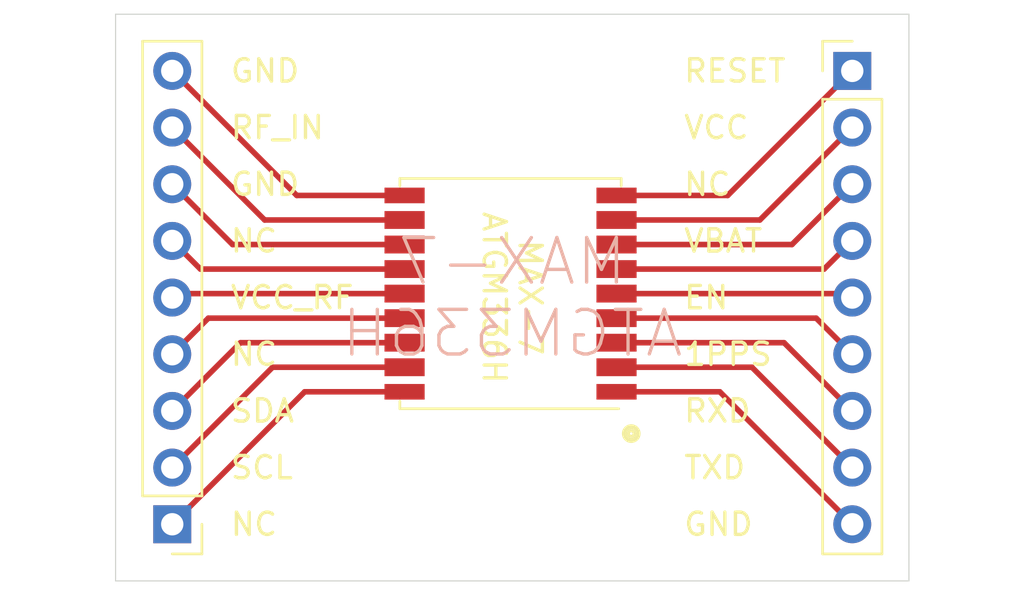
<source format=kicad_pcb>
(kicad_pcb (version 20171130) (host pcbnew "(5.1.5)-3")

  (general
    (thickness 1.6)
    (drawings 28)
    (tracks 36)
    (zones 0)
    (modules 3)
    (nets 17)
  )

  (page A4)
  (layers
    (0 F.Cu signal)
    (31 B.Cu signal)
    (32 B.Adhes user)
    (33 F.Adhes user)
    (34 B.Paste user)
    (35 F.Paste user)
    (36 B.SilkS user)
    (37 F.SilkS user)
    (38 B.Mask user)
    (39 F.Mask user)
    (40 Dwgs.User user)
    (41 Cmts.User user)
    (42 Eco1.User user)
    (43 Eco2.User user)
    (44 Edge.Cuts user)
    (45 Margin user)
    (46 B.CrtYd user)
    (47 F.CrtYd user)
    (48 B.Fab user)
    (49 F.Fab user)
  )

  (setup
    (last_trace_width 0.25)
    (trace_clearance 0.2)
    (zone_clearance 0.508)
    (zone_45_only no)
    (trace_min 0.2)
    (via_size 0.8)
    (via_drill 0.4)
    (via_min_size 0.4)
    (via_min_drill 0.3)
    (uvia_size 0.3)
    (uvia_drill 0.1)
    (uvias_allowed no)
    (uvia_min_size 0.2)
    (uvia_min_drill 0.1)
    (edge_width 0.05)
    (segment_width 0.2)
    (pcb_text_width 0.3)
    (pcb_text_size 1.5 1.5)
    (mod_edge_width 0.12)
    (mod_text_size 1 1)
    (mod_text_width 0.15)
    (pad_size 1.524 1.524)
    (pad_drill 0.762)
    (pad_to_mask_clearance 0.051)
    (solder_mask_min_width 0.25)
    (aux_axis_origin 0 0)
    (visible_elements 7FFFFFFF)
    (pcbplotparams
      (layerselection 0x010fc_ffffffff)
      (usegerberextensions false)
      (usegerberattributes false)
      (usegerberadvancedattributes false)
      (creategerberjobfile false)
      (excludeedgelayer true)
      (linewidth 0.100000)
      (plotframeref false)
      (viasonmask false)
      (mode 1)
      (useauxorigin false)
      (hpglpennumber 1)
      (hpglpenspeed 20)
      (hpglpendiameter 15.000000)
      (psnegative false)
      (psa4output false)
      (plotreference true)
      (plotvalue true)
      (plotinvisibletext false)
      (padsonsilk false)
      (subtractmaskfromsilk false)
      (outputformat 1)
      (mirror false)
      (drillshape 0)
      (scaleselection 1)
      (outputdirectory "gerbers"))
  )

  (net 0 "")
  (net 1 "Net-(J1-Pad2)")
  (net 2 "Net-(J1-Pad3)")
  (net 3 "Net-(J1-Pad5)")
  (net 4 "Net-(J1-Pad8)")
  (net 5 "Net-(J2-Pad8)")
  (net 6 "Net-(J2-Pad7)")
  (net 7 "Net-(J2-Pad6)")
  (net 8 "Net-(J2-Pad5)")
  (net 9 "Net-(J2-Pad4)")
  (net 10 "Net-(J2-Pad2)")
  (net 11 "Net-(J2-Pad1)")
  (net 12 GND)
  (net 13 "Net-(J1-Pad1)")
  (net 14 "Net-(J1-Pad4)")
  (net 15 "Net-(J1-Pad6)")
  (net 16 "Net-(J2-Pad3)")

  (net_class Default "This is the default net class."
    (clearance 0.2)
    (trace_width 0.25)
    (via_dia 0.8)
    (via_drill 0.4)
    (uvia_dia 0.3)
    (uvia_drill 0.1)
    (add_net GND)
    (add_net "Net-(J1-Pad1)")
    (add_net "Net-(J1-Pad2)")
    (add_net "Net-(J1-Pad3)")
    (add_net "Net-(J1-Pad4)")
    (add_net "Net-(J1-Pad5)")
    (add_net "Net-(J1-Pad6)")
    (add_net "Net-(J1-Pad8)")
    (add_net "Net-(J2-Pad1)")
    (add_net "Net-(J2-Pad2)")
    (add_net "Net-(J2-Pad3)")
    (add_net "Net-(J2-Pad4)")
    (add_net "Net-(J2-Pad5)")
    (add_net "Net-(J2-Pad6)")
    (add_net "Net-(J2-Pad7)")
    (add_net "Net-(J2-Pad8)")
  )

  (module Socket_Strips:Socket_Strip_Straight_1x09_Pitch2.54mm (layer F.Cu) (tedit 58CD5446) (tstamp 5E5EE410)
    (at 137.16 91.44 180)
    (descr "Through hole straight socket strip, 1x09, 2.54mm pitch, single row")
    (tags "Through hole socket strip THT 1x09 2.54mm single row")
    (path /5E5AEF18)
    (fp_text reference J1 (at 0 -2.33) (layer F.SilkS) hide
      (effects (font (size 1 1) (thickness 0.15)))
    )
    (fp_text value Conn_01x09_Female (at 0 22.65) (layer F.Fab)
      (effects (font (size 1 1) (thickness 0.15)))
    )
    (fp_line (start -1.27 -1.27) (end -1.27 21.59) (layer F.Fab) (width 0.1))
    (fp_line (start -1.27 21.59) (end 1.27 21.59) (layer F.Fab) (width 0.1))
    (fp_line (start 1.27 21.59) (end 1.27 -1.27) (layer F.Fab) (width 0.1))
    (fp_line (start 1.27 -1.27) (end -1.27 -1.27) (layer F.Fab) (width 0.1))
    (fp_line (start -1.33 1.27) (end -1.33 21.65) (layer F.SilkS) (width 0.12))
    (fp_line (start -1.33 21.65) (end 1.33 21.65) (layer F.SilkS) (width 0.12))
    (fp_line (start 1.33 21.65) (end 1.33 1.27) (layer F.SilkS) (width 0.12))
    (fp_line (start 1.33 1.27) (end -1.33 1.27) (layer F.SilkS) (width 0.12))
    (fp_line (start -1.33 0) (end -1.33 -1.33) (layer F.SilkS) (width 0.12))
    (fp_line (start -1.33 -1.33) (end 0 -1.33) (layer F.SilkS) (width 0.12))
    (fp_line (start -1.8 -1.8) (end -1.8 22.1) (layer F.CrtYd) (width 0.05))
    (fp_line (start -1.8 22.1) (end 1.8 22.1) (layer F.CrtYd) (width 0.05))
    (fp_line (start 1.8 22.1) (end 1.8 -1.8) (layer F.CrtYd) (width 0.05))
    (fp_line (start 1.8 -1.8) (end -1.8 -1.8) (layer F.CrtYd) (width 0.05))
    (fp_text user %R (at 0 -2.33) (layer F.Fab)
      (effects (font (size 1 1) (thickness 0.15)))
    )
    (pad 1 thru_hole rect (at 0 0 180) (size 1.7 1.7) (drill 1) (layers *.Cu *.Mask)
      (net 13 "Net-(J1-Pad1)"))
    (pad 2 thru_hole oval (at 0 2.54 180) (size 1.7 1.7) (drill 1) (layers *.Cu *.Mask)
      (net 1 "Net-(J1-Pad2)"))
    (pad 3 thru_hole oval (at 0 5.08 180) (size 1.7 1.7) (drill 1) (layers *.Cu *.Mask)
      (net 2 "Net-(J1-Pad3)"))
    (pad 4 thru_hole oval (at 0 7.62 180) (size 1.7 1.7) (drill 1) (layers *.Cu *.Mask)
      (net 14 "Net-(J1-Pad4)"))
    (pad 5 thru_hole oval (at 0 10.16 180) (size 1.7 1.7) (drill 1) (layers *.Cu *.Mask)
      (net 3 "Net-(J1-Pad5)"))
    (pad 6 thru_hole oval (at 0 12.7 180) (size 1.7 1.7) (drill 1) (layers *.Cu *.Mask)
      (net 15 "Net-(J1-Pad6)"))
    (pad 7 thru_hole oval (at 0 15.24 180) (size 1.7 1.7) (drill 1) (layers *.Cu *.Mask)
      (net 12 GND))
    (pad 8 thru_hole oval (at 0 17.78 180) (size 1.7 1.7) (drill 1) (layers *.Cu *.Mask)
      (net 4 "Net-(J1-Pad8)"))
    (pad 9 thru_hole oval (at 0 20.32 180) (size 1.7 1.7) (drill 1) (layers *.Cu *.Mask)
      (net 12 GND))
    (model ${KISYS3DMOD}/Socket_Strips.3dshapes/Socket_Strip_Straight_1x09_Pitch2.54mm.wrl
      (offset (xyz 0 -10.15999984741211 0))
      (scale (xyz 1 1 1))
      (rotate (xyz 0 0 270))
    )
  )

  (module Socket_Strips:Socket_Strip_Straight_1x09_Pitch2.54mm (layer F.Cu) (tedit 58CD5446) (tstamp 5E5EE42C)
    (at 167.64 71.12)
    (descr "Through hole straight socket strip, 1x09, 2.54mm pitch, single row")
    (tags "Through hole socket strip THT 1x09 2.54mm single row")
    (path /5E5ABC76)
    (fp_text reference J2 (at 0 -2.33) (layer F.SilkS) hide
      (effects (font (size 1 1) (thickness 0.15)))
    )
    (fp_text value Conn_01x09_Female (at 0 22.65) (layer F.Fab)
      (effects (font (size 1 1) (thickness 0.15)))
    )
    (fp_text user %R (at 0 -2.33) (layer F.Fab)
      (effects (font (size 1 1) (thickness 0.15)))
    )
    (fp_line (start 1.8 -1.8) (end -1.8 -1.8) (layer F.CrtYd) (width 0.05))
    (fp_line (start 1.8 22.1) (end 1.8 -1.8) (layer F.CrtYd) (width 0.05))
    (fp_line (start -1.8 22.1) (end 1.8 22.1) (layer F.CrtYd) (width 0.05))
    (fp_line (start -1.8 -1.8) (end -1.8 22.1) (layer F.CrtYd) (width 0.05))
    (fp_line (start -1.33 -1.33) (end 0 -1.33) (layer F.SilkS) (width 0.12))
    (fp_line (start -1.33 0) (end -1.33 -1.33) (layer F.SilkS) (width 0.12))
    (fp_line (start 1.33 1.27) (end -1.33 1.27) (layer F.SilkS) (width 0.12))
    (fp_line (start 1.33 21.65) (end 1.33 1.27) (layer F.SilkS) (width 0.12))
    (fp_line (start -1.33 21.65) (end 1.33 21.65) (layer F.SilkS) (width 0.12))
    (fp_line (start -1.33 1.27) (end -1.33 21.65) (layer F.SilkS) (width 0.12))
    (fp_line (start 1.27 -1.27) (end -1.27 -1.27) (layer F.Fab) (width 0.1))
    (fp_line (start 1.27 21.59) (end 1.27 -1.27) (layer F.Fab) (width 0.1))
    (fp_line (start -1.27 21.59) (end 1.27 21.59) (layer F.Fab) (width 0.1))
    (fp_line (start -1.27 -1.27) (end -1.27 21.59) (layer F.Fab) (width 0.1))
    (pad 9 thru_hole oval (at 0 20.32) (size 1.7 1.7) (drill 1) (layers *.Cu *.Mask)
      (net 12 GND))
    (pad 8 thru_hole oval (at 0 17.78) (size 1.7 1.7) (drill 1) (layers *.Cu *.Mask)
      (net 5 "Net-(J2-Pad8)"))
    (pad 7 thru_hole oval (at 0 15.24) (size 1.7 1.7) (drill 1) (layers *.Cu *.Mask)
      (net 6 "Net-(J2-Pad7)"))
    (pad 6 thru_hole oval (at 0 12.7) (size 1.7 1.7) (drill 1) (layers *.Cu *.Mask)
      (net 7 "Net-(J2-Pad6)"))
    (pad 5 thru_hole oval (at 0 10.16) (size 1.7 1.7) (drill 1) (layers *.Cu *.Mask)
      (net 8 "Net-(J2-Pad5)"))
    (pad 4 thru_hole oval (at 0 7.62) (size 1.7 1.7) (drill 1) (layers *.Cu *.Mask)
      (net 9 "Net-(J2-Pad4)"))
    (pad 3 thru_hole oval (at 0 5.08) (size 1.7 1.7) (drill 1) (layers *.Cu *.Mask)
      (net 16 "Net-(J2-Pad3)"))
    (pad 2 thru_hole oval (at 0 2.54) (size 1.7 1.7) (drill 1) (layers *.Cu *.Mask)
      (net 10 "Net-(J2-Pad2)"))
    (pad 1 thru_hole rect (at 0 0) (size 1.7 1.7) (drill 1) (layers *.Cu *.Mask)
      (net 11 "Net-(J2-Pad1)"))
    (model ${KISYS3DMOD}/Socket_Strips.3dshapes/Socket_Strip_Straight_1x09_Pitch2.54mm.wrl
      (offset (xyz 0 -10.15999984741211 0))
      (scale (xyz 1 1 1))
      (rotate (xyz 0 0 270))
    )
  )

  (module CustomFootprintLibrary:UBLOX_MAX-7 (layer F.Cu) (tedit 5E5A8268) (tstamp 5E5EE755)
    (at 152.4 81.28)
    (descr "ublox MAX 6/7/8, (https://www.u-blox.com/sites/default/files/MAX-8-M8-FW3_HardwareIntegrationManual_%28UBX-15030059%29.pdf)")
    (tags "GPS ublox MAX 6/7/8")
    (path /5E5AB2E1)
    (attr smd)
    (fp_text reference U1 (at -0.0762 5.8222 180) (layer F.SilkS) hide
      (effects (font (size 1 1) (thickness 0.15)))
    )
    (fp_text value UBLOX_MAX-7 (at -0.0762 -1.6778 180) (layer F.Fab)
      (effects (font (size 1 1) (thickness 0.15)))
    )
    (fp_line (start 4.7738 4.5722) (end 3.7738 4.2222) (layer F.Fab) (width 0.1))
    (fp_line (start 3.7738 4.2222) (end 4.7738 3.8722) (layer F.Fab) (width 0.1))
    (fp_line (start 5.8238 5.1222) (end -5.9762 5.1222) (layer F.CrtYd) (width 0.05))
    (fp_line (start -5.9762 5.1222) (end -5.9762 -5.4778) (layer F.CrtYd) (width 0.05))
    (fp_line (start 5.8238 -5.4778) (end -5.9762 -5.4778) (layer F.CrtYd) (width 0.05))
    (fp_line (start 5.8238 5.1222) (end 5.8238 -5.4778) (layer F.CrtYd) (width 0.05))
    (fp_line (start -5.0362 4.9822) (end -5.0362 4.6422) (layer F.SilkS) (width 0.12))
    (fp_line (start 4.8838 -4.9978) (end 4.8838 -5.3378) (layer F.SilkS) (width 0.12))
    (fp_line (start -5.0362 -4.9978) (end -5.0362 -5.3378) (layer F.SilkS) (width 0.12))
    (fp_line (start 4.8838 -5.3378) (end -5.0362 -5.3378) (layer F.SilkS) (width 0.12))
    (fp_line (start 4.7738 4.9822) (end -5.0362 4.9822) (layer F.SilkS) (width 0.12))
    (fp_line (start 4.7738 -5.2278) (end -4.9262 -5.2278) (layer F.Fab) (width 0.1))
    (fp_line (start 4.7738 4.8722) (end -4.9262 4.8722) (layer F.Fab) (width 0.1))
    (fp_line (start -4.9262 4.8722) (end -4.9262 -5.2278) (layer F.Fab) (width 0.1))
    (fp_line (start 4.7738 4.8722) (end 4.7738 -5.2278) (layer F.Fab) (width 0.1))
    (fp_text user %R (at -0.0762 -0.1778 180) (layer F.Fab)
      (effects (font (size 1 1) (thickness 0.15)))
    )
    (pad 18 smd rect (at -4.8262 4.2222 180) (size 1.8 0.7) (layers F.Cu F.Paste F.Mask)
      (net 13 "Net-(J1-Pad1)"))
    (pad 17 smd rect (at -4.8262 3.1222 180) (size 1.8 0.8) (layers F.Cu F.Paste F.Mask)
      (net 1 "Net-(J1-Pad2)"))
    (pad 16 smd rect (at -4.8262 2.0222 180) (size 1.8 0.8) (layers F.Cu F.Paste F.Mask)
      (net 2 "Net-(J1-Pad3)"))
    (pad 15 smd rect (at -4.8262 0.9222 180) (size 1.8 0.8) (layers F.Cu F.Paste F.Mask)
      (net 14 "Net-(J1-Pad4)"))
    (pad 14 smd rect (at -4.8262 -0.1778 180) (size 1.8 0.8) (layers F.Cu F.Paste F.Mask)
      (net 3 "Net-(J1-Pad5)"))
    (pad 13 smd rect (at -4.8262 -1.2778 180) (size 1.8 0.8) (layers F.Cu F.Paste F.Mask)
      (net 15 "Net-(J1-Pad6)"))
    (pad 12 smd rect (at -4.8262 -2.3778 180) (size 1.8 0.8) (layers F.Cu F.Paste F.Mask)
      (net 12 GND))
    (pad 11 smd rect (at -4.8262 -3.4778 180) (size 1.8 0.8) (layers F.Cu F.Paste F.Mask)
      (net 4 "Net-(J1-Pad8)"))
    (pad 10 smd rect (at -4.8262 -4.5778 180) (size 1.8 0.7) (layers F.Cu F.Paste F.Mask)
      (net 12 GND))
    (pad 9 smd rect (at 4.6738 -4.5778 180) (size 1.8 0.7) (layers F.Cu F.Paste F.Mask)
      (net 11 "Net-(J2-Pad1)"))
    (pad 8 smd rect (at 4.6738 -3.4778 180) (size 1.8 0.8) (layers F.Cu F.Paste F.Mask)
      (net 10 "Net-(J2-Pad2)"))
    (pad 7 smd rect (at 4.6738 -2.3778 180) (size 1.8 0.8) (layers F.Cu F.Paste F.Mask)
      (net 16 "Net-(J2-Pad3)"))
    (pad 6 smd rect (at 4.6738 -1.2778 180) (size 1.8 0.8) (layers F.Cu F.Paste F.Mask)
      (net 9 "Net-(J2-Pad4)"))
    (pad 5 smd rect (at 4.6738 -0.1778 180) (size 1.8 0.8) (layers F.Cu F.Paste F.Mask)
      (net 8 "Net-(J2-Pad5)"))
    (pad 4 smd rect (at 4.6738 0.9222 180) (size 1.8 0.8) (layers F.Cu F.Paste F.Mask)
      (net 7 "Net-(J2-Pad6)"))
    (pad 3 smd rect (at 4.6738 2.0222 180) (size 1.8 0.8) (layers F.Cu F.Paste F.Mask)
      (net 6 "Net-(J2-Pad7)"))
    (pad 2 smd rect (at 4.6738 3.1222 180) (size 1.8 0.8) (layers F.Cu F.Paste F.Mask)
      (net 5 "Net-(J2-Pad8)"))
    (pad 1 smd rect (at 4.6738 4.2222 180) (size 1.8 0.7) (layers F.Cu F.Paste F.Mask)
      (net 12 GND))
    (model ${KISYS3DMOD}/RF_GPS.3dshapes/ublox_MAX.wrl
      (at (xyz 0 0 0))
      (scale (xyz 1 1 1))
      (rotate (xyz 0 0 0))
    )
  )

  (gr_text "MAX-7\nATGM336H" (at 152.4 81.28) (layer B.SilkS)
    (effects (font (size 2 2) (thickness 0.15)) (justify mirror))
  )
  (gr_line (start 134.62 93.98) (end 134.62 68.58) (layer Edge.Cuts) (width 0.05) (tstamp 5E5EE9C5))
  (gr_line (start 170.18 93.98) (end 134.62 93.98) (layer Edge.Cuts) (width 0.05))
  (gr_line (start 170.18 68.58) (end 170.18 93.98) (layer Edge.Cuts) (width 0.05))
  (gr_line (start 134.62 68.58) (end 170.18 68.58) (layer Edge.Cuts) (width 0.05))
  (gr_text NC (at 139.7 91.44) (layer F.SilkS)
    (effects (font (size 1 1) (thickness 0.15)) (justify left))
  )
  (gr_text SCL (at 139.7 88.9) (layer F.SilkS)
    (effects (font (size 1 1) (thickness 0.15)) (justify left))
  )
  (gr_text SDA (at 139.7 86.36) (layer F.SilkS)
    (effects (font (size 1 1) (thickness 0.15)) (justify left))
  )
  (gr_text NC (at 139.7 83.82) (layer F.SilkS)
    (effects (font (size 1 1) (thickness 0.15)) (justify left))
  )
  (gr_text VCC_RF (at 139.7 81.28) (layer F.SilkS)
    (effects (font (size 1 1) (thickness 0.15)) (justify left))
  )
  (gr_text NC (at 139.7 78.74) (layer F.SilkS)
    (effects (font (size 1 1) (thickness 0.15)) (justify left))
  )
  (gr_text GND (at 139.7 76.2) (layer F.SilkS)
    (effects (font (size 1 1) (thickness 0.15)) (justify left))
  )
  (gr_text RF_IN (at 139.7 73.66) (layer F.SilkS)
    (effects (font (size 1 1) (thickness 0.15)) (justify left))
  )
  (gr_text GND (at 139.7 71.12) (layer F.SilkS)
    (effects (font (size 1 1) (thickness 0.15)) (justify left))
  )
  (gr_text RESET (at 160.02 71.12) (layer F.SilkS)
    (effects (font (size 1 1) (thickness 0.15)) (justify left))
  )
  (gr_text VCC (at 160.02 73.66) (layer F.SilkS)
    (effects (font (size 1 1) (thickness 0.15)) (justify left))
  )
  (gr_text NC (at 160.02 76.2) (layer F.SilkS)
    (effects (font (size 1 1) (thickness 0.15)) (justify left))
  )
  (gr_text VBAT (at 160.02 78.74) (layer F.SilkS)
    (effects (font (size 1 1) (thickness 0.15)) (justify left))
  )
  (gr_text EN (at 160.02 81.28) (layer F.SilkS)
    (effects (font (size 1 1) (thickness 0.15)) (justify left))
  )
  (gr_text 1PPS (at 160.02 83.82) (layer F.SilkS)
    (effects (font (size 1 1) (thickness 0.15)) (justify left))
  )
  (gr_text RXD (at 160.02 86.36) (layer F.SilkS)
    (effects (font (size 1 1) (thickness 0.15)) (justify left))
  )
  (gr_text TXD (at 160.02 88.9) (layer F.SilkS)
    (effects (font (size 1 1) (thickness 0.15)) (justify left))
  )
  (gr_text GND (at 160.02 91.44) (layer F.SilkS)
    (effects (font (size 1 1) (thickness 0.15)) (justify left))
  )
  (gr_circle (center 157.734 87.376) (end 157.861 87.4014) (layer F.SilkS) (width 0.12))
  (gr_circle (center 157.734 87.376) (end 157.7848 87.4014) (layer F.SilkS) (width 0.12))
  (gr_circle (center 157.734 87.376) (end 157.988 87.376) (layer F.SilkS) (width 0.12))
  (gr_circle (center 157.734 87.376) (end 157.988 87.63) (layer F.SilkS) (width 0.12))
  (gr_text "MAX-7\nATGM336H" (at 152.4 81.28 270) (layer F.SilkS)
    (effects (font (size 1 1) (thickness 0.15)))
  )

  (segment (start 141.6578 84.4022) (end 137.16 88.9) (width 0.25) (layer F.Cu) (net 1) (status 20))
  (segment (start 147.5738 84.4022) (end 141.6578 84.4022) (width 0.25) (layer F.Cu) (net 1) (status 10))
  (segment (start 140.2178 83.3022) (end 137.16 86.36) (width 0.25) (layer F.Cu) (net 2) (status 20))
  (segment (start 147.5738 83.3022) (end 140.2178 83.3022) (width 0.25) (layer F.Cu) (net 2) (status 10))
  (segment (start 137.3378 81.1022) (end 137.16 81.28) (width 0.25) (layer F.Cu) (net 3) (status 30))
  (segment (start 147.5738 81.1022) (end 137.3378 81.1022) (width 0.25) (layer F.Cu) (net 3) (status 30))
  (segment (start 141.3022 77.8022) (end 137.16 73.66) (width 0.25) (layer F.Cu) (net 4) (status 20))
  (segment (start 147.5738 77.8022) (end 141.3022 77.8022) (width 0.25) (layer F.Cu) (net 4) (status 10))
  (segment (start 163.1422 84.4022) (end 167.64 88.9) (width 0.25) (layer F.Cu) (net 5) (status 20))
  (segment (start 157.0738 84.4022) (end 163.1422 84.4022) (width 0.25) (layer F.Cu) (net 5) (status 10))
  (segment (start 164.5822 83.3022) (end 167.64 86.36) (width 0.25) (layer F.Cu) (net 6) (status 20))
  (segment (start 157.0738 83.3022) (end 164.5822 83.3022) (width 0.25) (layer F.Cu) (net 6) (status 10))
  (segment (start 166.0222 82.2022) (end 167.64 83.82) (width 0.25) (layer F.Cu) (net 7) (status 20))
  (segment (start 157.0738 82.2022) (end 166.0222 82.2022) (width 0.25) (layer F.Cu) (net 7) (status 10))
  (segment (start 167.4622 81.1022) (end 167.64 81.28) (width 0.25) (layer F.Cu) (net 8) (status 30))
  (segment (start 157.0738 81.1022) (end 167.4622 81.1022) (width 0.25) (layer F.Cu) (net 8) (status 30))
  (segment (start 166.3778 80.0022) (end 167.64 78.74) (width 0.25) (layer F.Cu) (net 9) (status 20))
  (segment (start 157.0738 80.0022) (end 166.3778 80.0022) (width 0.25) (layer F.Cu) (net 9) (status 10))
  (segment (start 163.4978 77.8022) (end 167.64 73.66) (width 0.25) (layer F.Cu) (net 10) (status 20))
  (segment (start 157.0738 77.8022) (end 163.4978 77.8022) (width 0.25) (layer F.Cu) (net 10) (status 10))
  (segment (start 162.0578 76.7022) (end 167.64 71.12) (width 0.25) (layer F.Cu) (net 11) (status 20))
  (segment (start 157.0738 76.7022) (end 162.0578 76.7022) (width 0.25) (layer F.Cu) (net 11) (status 10))
  (segment (start 142.7422 76.7022) (end 137.16 71.12) (width 0.25) (layer F.Cu) (net 12) (status 20))
  (segment (start 147.5738 76.7022) (end 142.7422 76.7022) (width 0.25) (layer F.Cu) (net 12) (status 10))
  (segment (start 139.8622 78.9022) (end 137.16 76.2) (width 0.25) (layer F.Cu) (net 12) (status 20))
  (segment (start 147.5738 78.9022) (end 139.8622 78.9022) (width 0.25) (layer F.Cu) (net 12) (status 10))
  (segment (start 157.0738 85.5022) (end 161.7022 85.5022) (width 0.25) (layer F.Cu) (net 12) (status 10))
  (segment (start 161.7022 85.5022) (end 167.64 91.44) (width 0.25) (layer F.Cu) (net 12) (status 20))
  (segment (start 143.0978 85.5022) (end 137.16 91.44) (width 0.25) (layer F.Cu) (net 13))
  (segment (start 147.5738 85.5022) (end 143.0978 85.5022) (width 0.25) (layer F.Cu) (net 13))
  (segment (start 138.7778 82.2022) (end 137.16 83.82) (width 0.25) (layer F.Cu) (net 14))
  (segment (start 147.5738 82.2022) (end 138.7778 82.2022) (width 0.25) (layer F.Cu) (net 14))
  (segment (start 138.4222 80.0022) (end 137.16 78.74) (width 0.25) (layer F.Cu) (net 15))
  (segment (start 147.5738 80.0022) (end 138.4222 80.0022) (width 0.25) (layer F.Cu) (net 15))
  (segment (start 164.9378 78.9022) (end 167.64 76.2) (width 0.25) (layer F.Cu) (net 16))
  (segment (start 157.0738 78.9022) (end 164.9378 78.9022) (width 0.25) (layer F.Cu) (net 16))

)

</source>
